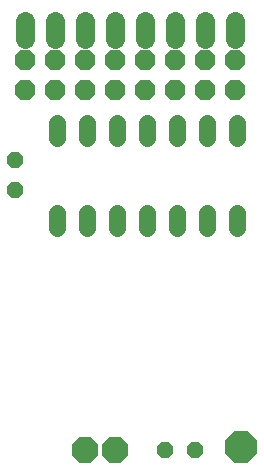
<source format=gbs>
G75*
%MOIN*%
%OFA0B0*%
%FSLAX25Y25*%
%IPPOS*%
%LPD*%
%AMOC8*
5,1,8,0,0,1.08239X$1,22.5*
%
%ADD10C,0.05600*%
%ADD11OC8,0.10400*%
%ADD12OC8,0.05600*%
%ADD13C,0.06400*%
%ADD14OC8,0.06700*%
%ADD15OC8,0.08900*%
D10*
X0027564Y0085775D02*
X0027564Y0090975D01*
X0037564Y0090975D02*
X0037564Y0085775D01*
X0047564Y0085775D02*
X0047564Y0090975D01*
X0057564Y0090975D02*
X0057564Y0085775D01*
X0067564Y0085775D02*
X0067564Y0090975D01*
X0077564Y0090975D02*
X0077564Y0085775D01*
X0087564Y0085775D02*
X0087564Y0090975D01*
X0087564Y0115775D02*
X0087564Y0120975D01*
X0077564Y0120975D02*
X0077564Y0115775D01*
X0067564Y0115775D02*
X0067564Y0120975D01*
X0057564Y0120975D02*
X0057564Y0115775D01*
X0047564Y0115775D02*
X0047564Y0120975D01*
X0037564Y0120975D02*
X0037564Y0115775D01*
X0027564Y0115775D02*
X0027564Y0120975D01*
D11*
X0088903Y0012824D03*
D12*
X0073588Y0011800D03*
X0063588Y0011800D03*
X0013667Y0098375D03*
X0013667Y0108375D03*
D13*
X0016777Y0148800D02*
X0016777Y0154800D01*
X0026777Y0154800D02*
X0026777Y0148800D01*
X0036777Y0148800D02*
X0036777Y0154800D01*
X0046777Y0154800D02*
X0046777Y0148800D01*
X0056777Y0148800D02*
X0056777Y0154800D01*
X0066777Y0154800D02*
X0066777Y0148800D01*
X0076777Y0148800D02*
X0076777Y0154800D01*
X0086777Y0154800D02*
X0086777Y0148800D01*
D14*
X0086777Y0141800D03*
X0086777Y0131800D03*
X0076777Y0131800D03*
X0076777Y0141800D03*
X0066777Y0141800D03*
X0066777Y0131800D03*
X0056777Y0131800D03*
X0056777Y0141800D03*
X0046777Y0141800D03*
X0046777Y0131800D03*
X0036777Y0131800D03*
X0036777Y0141800D03*
X0026777Y0141800D03*
X0026777Y0131800D03*
X0016777Y0131800D03*
X0016777Y0141800D03*
D15*
X0036777Y0011800D03*
X0046777Y0011800D03*
M02*

</source>
